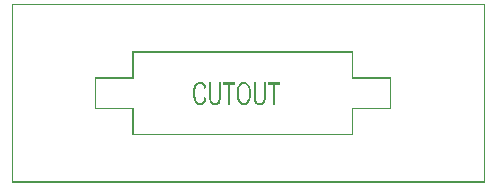
<source format=gko>
%FSLAX36Y36*%
%MOMM*%
%SFA1B1*%
%ADD10C,.010*%

G36*
X-10635484Y-6572040D02*
X-10465085D01*
Y-4867360D01*
X-10039084D01*
Y-4639275D01*
X-11059727D01*
Y-4867360D01*
X-10635484D01*
Y-6572040D01*
G37*
G36*
X-6838400Y-6572040D02*
X-6668001D01*
Y-4867360D01*
X-6242000D01*
Y-4639275D01*
X-7262643D01*
Y-4867360D01*
X-6838400D01*
Y-6572040D01*
G37*
G36*
X-13237988Y-6295177D02*
X-13338999Y-6204206D01*
X-13386869Y-6020292D01*
X-13434738Y-5836377D01*
Y-5398669D01*
X-13353930Y-5038749D01*
X-13254238Y-4931960D01*
X-13154545Y-4825171D01*
X-12876987D01*
X-12706585Y-5017657D01*
X-12661788Y-5228600D01*
X-12494024Y-5169269D01*
X-12545849Y-4901635D01*
X-12677600Y-4753975D01*
X-12809352Y-4606315D01*
X-13172990D01*
X-13314844Y-4722995D01*
X-13456697Y-4839674D01*
X-13610409Y-5289246D01*
Y-5868017D01*
X-13474263Y-6350549D01*
X-13213394Y-6605000D01*
X-12804083D01*
X-12664864Y-6439543D01*
X-12525645Y-6274085D01*
X-12472065Y-5958988D01*
X-12642467Y-5894388D01*
X-12677599Y-6138291D01*
X-12776853Y-6262220D01*
X-12876108Y-6386148D01*
X-13136976D01*
X-13237988Y-6295177D01*
G37*
G36*
X-11950790Y-6309680D02*
X-12026768Y-6245080D01*
X-12057949Y-6125766D01*
X-12089131Y-6006451D01*
Y-4639275D01*
X-12259529D01*
Y-6063143D01*
X-12210342Y-6240466D01*
X-12161156Y-6417789D01*
X-12046091Y-6511394D01*
X-11931026Y-6605000D01*
X-11563876D01*
X-11449251Y-6497551D01*
X-11334626Y-6390103D01*
X-11290709Y-6218711D01*
X-11246793Y-6047320D01*
Y-4639275D01*
X-11417192D01*
Y-6118514D01*
X-11577052Y-6374280D01*
X-11874811D01*
X-11950790Y-6309680D01*
G37*
G36*
X-9490040Y-6597722D02*
X-9482137Y-6605000D01*
X-9132553D01*
X-8987626Y-6485686D01*
X-8842698Y-6366371D01*
X-8763646Y-6134334D01*
X-8684593Y-5902297D01*
Y-5318246D01*
X-8834791Y-4860766D01*
X-9121133Y-4605000D01*
X-9571727D01*
X-9743884Y-4877246D01*
X-9916042Y-5149492D01*
Y-5885160D01*
X-9768478Y-6341320D01*
X-9740371Y-6367203D01*
X-9625307Y-6473160D01*
X-9490040Y-6597722D01*
Y-6386148D01*
X-9615205Y-6185092D01*
X-9740371Y-5984035D01*
Y-5198275D01*
X-9609936Y-5011723D01*
X-9479502Y-4825171D01*
X-9171199D01*
X-9068872Y-4922072D01*
X-8966544Y-5018972D01*
X-8913404Y-5194978D01*
X-8860264Y-5370983D01*
Y-5980080D01*
X-9108836Y-6386148D01*
X-9490040D01*
Y-6597722D01*
G37*
G36*
X-8077727Y-6374280D02*
X-8153705Y-6309680D01*
X-8229684Y-6245080D01*
X-8260865Y-6125766D01*
X-8292047Y-6006451D01*
Y-4639275D01*
X-8462445D01*
Y-6063143D01*
X-8413258Y-6240466D01*
X-8364072Y-6417789D01*
X-8249007Y-6511394D01*
X-8133942Y-6605000D01*
X-7766792D01*
X-7652167Y-6497551D01*
X-7537542Y-6390103D01*
X-7493625Y-6218711D01*
X-7449709Y-6047320D01*
Y-4639275D01*
X-7620108D01*
Y-6118514D01*
X-7779968Y-6374280D01*
X-8077727D01*
G37*
G36*
X-18750000Y-9150000D02*
X-18650000D01*
Y-6850000D01*
X-21850000D01*
Y-4350000D01*
X-18650000D01*
Y-2150000D01*
X-150000D01*
Y-4350000D01*
X3050000D01*
Y-6850000D01*
X-150000D01*
Y-9050000D01*
X-18650000D01*
Y-9150000D01*
X-50000D01*
Y-6950000D01*
X3150000D01*
Y-4250000D01*
X-50000D01*
Y-2050000D01*
X-18750000D01*
Y-4250000D01*
X-21950000D01*
Y-6950000D01*
X-18750000D01*
Y-9150000D01*
G37*
G36*
X-28950000Y-13150000D02*
X-28850000D01*
Y1850000D01*
X11050000D01*
Y-13050000D01*
X-28850000D01*
Y-13150000D01*
X11150000D01*
Y1950000D01*
X-28950000D01*
Y-13150000D01*
G37*
M02*
G04 End of Data *

</source>
